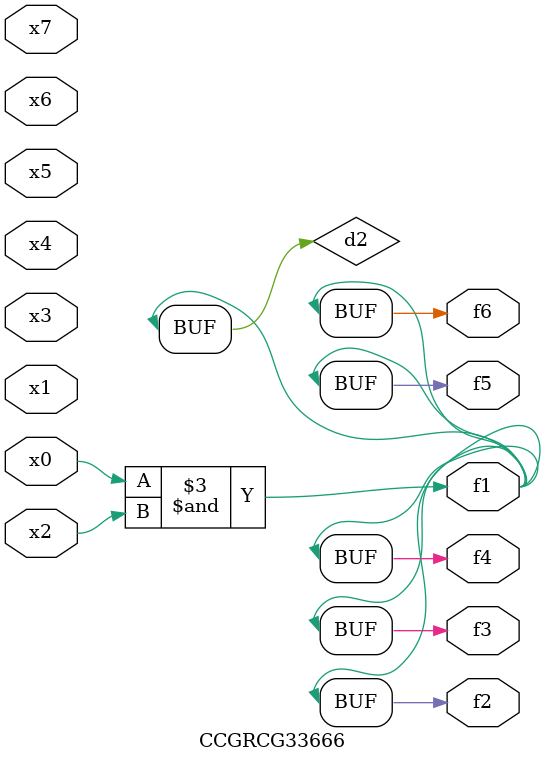
<source format=v>
module CCGRCG33666(
	input x0, x1, x2, x3, x4, x5, x6, x7,
	output f1, f2, f3, f4, f5, f6
);

	wire d1, d2;

	nor (d1, x3, x6);
	and (d2, x0, x2);
	assign f1 = d2;
	assign f2 = d2;
	assign f3 = d2;
	assign f4 = d2;
	assign f5 = d2;
	assign f6 = d2;
endmodule

</source>
